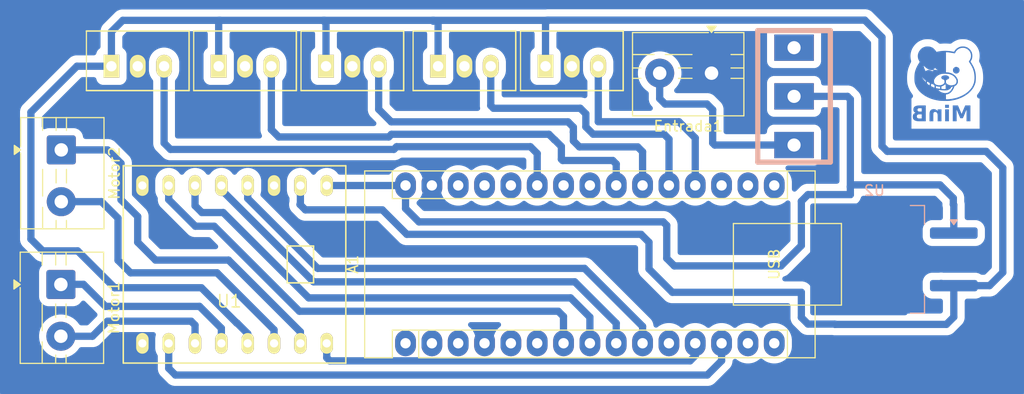
<source format=kicad_pcb>
(kicad_pcb (version 20241229) (generator "pcbnew") (generator_version "9.0")
  (layers (0 "F.Cu" signal) (2 "B.Cu" signal) (13 "F.Paste" user) (15 "B.Paste" user) (5 "F.SilkS" user "F.Silkscreen") (7 "B.SilkS" user "B.Silkscreen") (1 "F.Mask" user) (3 "B.Mask" user) (25 "Edge.Cuts" user))
  (net 0 "")
  (net 1 "Sh3")
  (net 5 "+5V")
  (net 6 "PWMA")
  (net 8 "GND")
  (net 10 "Sh1")
  (net 15 "B2")
  (net 16 "B1")
  (net 18 "out1")
  (net 19 "A2")
  (net 23 "out2")
  (net 24 "PWMB")
  (net 28 "A1")
  (net 29 "Sh2")
  (net 30 "VCC")
  (net 31 "M1a")
  (net 32 "M1b")
  (net 33 "M2b")
  (net 34 "M2a")
  (net 35 "Net-(Entrada1-Pin_2)")
  (footprint "EESTN5:TB6612_Breakout" (layer "F.Cu") (at 95.45 84.13 180)
    (property "Reference" "U1")
    (property "Value" "TB6612_BREAKOUT")
  )
  (footprint "EESTN5:JST-3V" (layer "F.Cu") (at 106.81 64.99)
    (property "Reference" "Sharp3" (hide yes))
    (property "Value" "Conn_01x03_Pin" (hide yes))
  )
  (footprint "TerminalBlock:TerminalBlock_MaiXu_MX126-5.0-02P_1x02_P5.00mm" (layer "F.Cu") (at 78.74 73.07 -90)
    (property "Reference" "Motor2")
    (property "Value" "Screw_Terminal_01x02" (hide yes))
  )
  (footprint "EESTN5:JST-3V" (layer "F.Cu") (at 86.115 64.99)
    (property "Reference" "Sharp1" (hide yes))
    (property "Value" "Conn_01x03_Pin" (hide yes))
  )
  (footprint "EESTN5:JST-3V" (layer "F.Cu") (at 117.62 64.99)
    (property "Reference" "sensorpiso2" (hide yes))
    (property "Value" "Conn_01x03_Pin" (hide yes))
  )
  (footprint "TerminalBlock:TerminalBlock_MaiXu_MX126-5.0-02P_1x02_P5.00mm" (layer "F.Cu") (at 141.45 65.66 180)
    (property "Reference" "Entrada1")
    (property "Value" "Screw_Terminal_01x02" (hide yes))
  )
  (footprint "Module:Arduino_Nano" (layer "F.Cu") (at 111.94 91.74 90)
    (property "Reference" "A1")
    (property "Value" "Arduino_Nano_Every")
  )
  (footprint "EESTN5:JST-3V" (layer "F.Cu") (at 127.98 64.99)
    (property "Reference" "sensorpiso1" (hide yes))
    (property "Value" "Conn_01x03_Pin" (hide yes))
  )
  (footprint "EESTN5:JST-3V" (layer "F.Cu") (at 96.46 64.99)
    (property "Reference" "Sharp2" (hide yes))
    (property "Value" "Conn_01x03_Pin" (hide yes))
  )
  (footprint "TerminalBlock:TerminalBlock_MaiXu_MX126-5.0-02P_1x02_P5.00mm" (layer "F.Cu") (at 78.7 86.065 -90)
    (property "Reference" "Motor1")
    (property "Value" "Screw_Terminal_01x02" (hide yes))
  )
  (footprint "osito:osito" (layer "B.Cu") (at 163.89 65.54 180)
    (property "Reference" "G***" (hide yes))
    (property "Value" "LOGO" (hide yes))
  )
  (footprint "EESTN5:SW_SPDT_TH_Vertical" (layer "B.Cu") (at 149.41 67.9)
    (property "Reference" "SW1" (hide yes))
    (property "Value" "SW_Nidec_CAS-120A1" (hide yes))
  )
  (footprint "Package_TO_SOT_SMD:TO-263-3_TabPin2" (layer "B.Cu") (at 157.165 83.64 180)
    (property "Reference" "U2")
    (property "Value" "LM7805_TO220")
  )
  (gr_rect (start 72.93 58.695) (end 171.49 96.555) (stroke (width 0.2)) (fill no) (layer "B.Cu") (net 8))
  (gr_text "MinB" (at 166.610316 70.56 0) (layer "B.Cu") (effects (font (size 1.5 1.5) (thickness 0.3) (bold yes)) (justify left bottom mirror)))
  (segment (start 128.70847 72.78) (end 134.33 72.78) (width 0.7) (layer "B.Cu") (net 1))
  (segment (start 110.56 70.36) (end 127.61 70.36) (width 0.7) (layer "B.Cu") (net 1))
  (segment (start 134.33 72.78) (end 134.8 73.25) (width 0.7) (layer "B.Cu") (net 1))
  (segment (start 128.128001 71.344941) (end 128.13 71.34694) (width 0.7) (layer "B.Cu") (net 1))
  (segment (start 134.8 73.25) (end 134.8 76.5) (width 0.7) (layer "B.Cu") (net 1))
  (segment (start 127.61 70.36) (end 128.128001 70.878001) (width 0.7) (layer "B.Cu") (net 1))
  (segment (start 128.13 71.34694) (end 128.13 72.20153) (width 0.7) (layer "B.Cu") (net 1))
  (segment (start 109.35 69.15) (end 110.56 70.36) (width 0.7) (layer "B.Cu") (net 1))
  (segment (start 109.35 64.99) (end 109.35 69.15) (width 0.7) (layer "B.Cu") (net 1))
  (segment (start 128.128001 70.878001) (end 128.128001 71.344941) (width 0.7) (layer "B.Cu") (net 1))
  (segment (start 128.13 72.20153) (end 128.70847 72.78) (width 0.7) (layer "B.Cu") (net 1))
  (segment (start 164.815 86.18) (end 168.26 86.18) (width 0.7) (layer "B.Cu") (net 5))
  (segment (start 94.06 60.56) (end 93.99 60.63) (width 0.7) (layer "B.Cu") (net 5))
  (segment (start 104.07 60.63) (end 104 60.56) (width 0.7) (layer "B.Cu") (net 5))
  (segment (start 95.655876 89.785876) (end 95.691179 89.785876) (width 0.7) (layer "B.Cu") (net 5))
  (segment (start 93.92 60.7) (end 93.99 60.63) (width 0.7) (layer "B.Cu") (net 5))
  (segment (start 104 60.56) (end 94.06 60.56) (width 0.7) (layer "B.Cu") (net 5))
  (segment (start 163.595 85.96) (end 163.59 85.965) (width 0.7) (layer "B.Cu") (net 5))
  (segment (start 101.8 78.3) (end 101.76 78.34) (width 0.7) (layer "B.Cu") (net 5))
  (segment (start 76.95 82.82) (end 80.32 82.82) (width 0.7) (layer "B.Cu") (net 5))
  (segment (start 157.89 62.2) (end 156.23 60.54) (width 0.7) (layer "B.Cu") (net 5))
  (segment (start 125.44 64.99) (end 125.44 60.78) (width 0.7) (layer "B.Cu") (net 5))
  (segment (start 156.23 60.54) (end 125.68 60.54) (width 0.7) (layer "B.Cu") (net 5))
  (segment (start 109.70153 78.86) (end 112.06253 81.221) (width 0.7) (layer "B.Cu") (net 5))
  (segment (start 114.67 60.56) (end 114.6 60.63) (width 0.7) (layer "B.Cu") (net 5))
  (segment (start 83.88 86.38) (end 92.25 86.38) (width 0.7) (layer "B.Cu") (net 5))
  (segment (start 96.72 90.814697) (end 96.72 91.75) (width 0.7) (layer "B.Cu") (net 5))
  (segment (start 84.67 60.56) (end 83.575 61.655) (width 0.7) (layer "B.Cu") (net 5))
  (segment (start 168.26 86.18) (end 169.539 84.901) (width 0.7) (layer "B.Cu") (net 5))
  (segment (start 169.539 74.809) (end 167.94 73.21) (width 0.7) (layer "B.Cu") (net 5))
  (segment (start 83.575 61.655) (end 83.575 64.99) (width 0.7) (layer "B.Cu") (net 5))
  (segment (start 93.92 64.99) (end 93.92 60.7) (width 0.7) (layer "B.Cu") (net 5))
  (segment (start 153.37 89.92) (end 164.1 89.92) (width 0.7) (layer "B.Cu") (net 5))
  (segment (start 115.08 60.63) (end 114.6 60.63) (width 0.7) (layer "B.Cu") (net 5))
  (segment (start 75.81 69.43) (end 75.81 81.68) (width 0.7) (layer "B.Cu") (net 5))
  (segment (start 104.14 60.56) (end 104.07 60.63) (width 0.7) (layer "B.Cu") (net 5))
  (segment (start 83.575 64.99) (end 80.25 64.99) (width 0.7) (layer "B.Cu") (net 5))
  (segment (start 80.25 64.99) (end 75.81 69.43) (width 0.7) (layer "B.Cu") (net 5))
  (segment (start 169.539 84.901) (end 169.539 74.809) (width 0.7) (layer "B.Cu") (net 5))
  (segment (start 93.99 60.63) (end 93.92 60.56) (width 0.7) (layer "B.Cu") (net 5))
  (segment (start 164.815 89.205) (end 164.815 86.18) (width 0.7) (layer "B.Cu") (net 5))
  (segment (start 93.92 60.56) (end 84.67 60.56) (width 0.7) (layer "B.Cu") (net 5))
  (segment (start 102.28 78.86) (end 109.70153 78.86) (width 0.7) (layer "B.Cu") (net 5))
  (segment (start 95.691179 89.785876) (end 96.72 90.814697) (width 0.7) (layer "B.Cu") (net 5))
  (segment (start 150.114 86.82) (end 150.114 89.252976) (width 0.7) (layer "B.Cu") (net 5))
  (segment (start 167.94 73.21) (end 158.4 73.21) (width 0.7) (layer "B.Cu") (net 5))
  (segment (start 104.27 64.99) (end 104.27 60.83) (width 0.7) (layer "B.Cu") (net 5))
  (segment (start 125.44 60.78) (end 125.59 60.63) (width 0.7) (layer "B.Cu") (net 5))
  (segment (start 150.752024 89.891) (end 153.341 89.891) (width 0.7) (layer "B.Cu") (net 5))
  (segment (start 114.53 60.56) (end 104.14 60.56) (width 0.7) (layer "B.Cu") (net 5))
  (segment (start 125.59 60.63) (end 125.52 60.56) (width 0.7) (layer "B.Cu") (net 5))
  (segment (start 125.52 60.56) (end 114.67 60.56) (width 0.7) (layer "B.Cu") (net 5))
  (segment (start 153.341 89.891) (end 153.37 89.92) (width 0.7) (layer "B.Cu") (net 5))
  (segment (start 125.68 60.54) (end 125.59 60.63) (width 0.7) (layer "B.Cu") (net 5))
  (segment (start 158.4 73.21) (end 157.89 72.7) (width 0.7) (layer "B.Cu") (net 5))
  (segment (start 92.25 86.38) (end 95.655876 89.785876) (width 0.7) (layer "B.Cu") (net 5))
  (segment (start 101.76 78.34) (end 102.28 78.86) (width 0.7) (layer "B.Cu") (net 5))
  (segment (start 150.114 89.252976) (end 150.752024 89.891) (width 0.7) (layer "B.Cu") (net 5))
  (segment (start 157.89 72.7) (end 157.89 62.2) (width 0.7) (layer "B.Cu") (net 5))
  (segment (start 101.8 76.51) (end 101.8 78.3) (width 0.7) (layer "B.Cu") (net 5))
  (segment (start 75.81 81.68) (end 76.95 82.82) (width 0.7) (layer "B.Cu") (net 5))
  (segment (start 112.06253 81.221) (end 134.651 81.221) (width 0.7) (layer "B.Cu") (net 5))
  (segment (start 135.42 84.57) (end 137.67 86.82) (width 0.7) (layer "B.Cu") (net 5))
  (segment (start 164.1 89.92) (end 164.815 89.205) (width 0.7) (layer "B.Cu") (net 5))
  (segment (start 137.67 86.82) (end 150.114 86.82) (width 0.7) (layer "B.Cu") (net 5))
  (segment (start 104.27 60.83) (end 104.07 60.63) (width 0.7) (layer "B.Cu") (net 5))
  (segment (start 135.42 81.99) (end 135.42 84.57) (width 0.7) (layer "B.Cu") (net 5))
  (segment (start 114.6 60.63) (end 114.53 60.56) (width 0.7) (layer "B.Cu") (net 5))
  (segment (start 134.651 81.221) (end 135.42 81.99) (width 0.7) (layer "B.Cu") (net 5))
  (segment (start 115.08 64.99) (end 115.08 60.63) (width 0.7) (layer "B.Cu") (net 5))
  (segment (start 80.32 82.82) (end 83.88 86.38) (width 0.7) (layer "B.Cu") (net 5))
  (segment (start 104.34 91.75) (end 104.34 93.14) (width 0.7) (layer "B.Cu") (net 6))
  (segment (start 104.34 93.14) (end 104.64 93.44) (width 0.7) (layer "B.Cu") (net 6))
  (segment (start 104.64 93.44) (end 139.38 93.44) (width 0.7) (layer "B.Cu") (net 6))
  (segment (start 139.38 93.44) (end 139.88 92.94) (width 0.7) (layer "B.Cu") (net 6))
  (segment (start 139.88 92.94) (end 139.88 91.74) (width 0.7) (layer "B.Cu") (net 6))
  (segment (start 124.64 73.42) (end 124.64 76.5) (width 0.7) (layer "B.Cu") (net 10))
  (segment (start 88.655 72.405) (end 89.271 73.021) (width 0.7) (layer "B.Cu") (net 10))
  (segment (start 88.655 64.99) (end 88.655 72.405) (width 0.7) (layer "B.Cu") (net 10))
  (segment (start 123.982 72.762) (end 124.64 73.42) (width 0.7) (layer "B.Cu") (net 10))
  (segment (start 89.271 73.021) (end 110.818998 73.020997) (width 0.7) (layer "B.Cu") (net 10))
  (segment (start 110.818998 73.020997) (end 111.077995 72.762) (width 0.7) (layer "B.Cu") (net 10))
  (segment (start 111.077995 72.762) (end 123.982 72.762) (width 0.7) (layer "B.Cu") (net 10))
  (segment (start 89.1 77.87) (end 91.67 80.44) (width 0.7) (layer "B.Cu") (net 15))
  (segment (start 101.7 88.65) (end 126.67 88.65) (width 0.7) (layer "B.Cu") (net 15))
  (segment (start 89.1 76.51) (end 89.1 77.87) (width 0.7) (layer "B.Cu") (net 15))
  (segment (start 127.17304 91.73304) (end 127.18 91.74) (width 0.7) (layer "B.Cu") (net 15))
  (segment (start 91.67 80.44) (end 93.49 80.44) (width 0.7) (layer "B.Cu") (net 15))
  (segment (start 93.49 80.44) (end 101.7 88.65) (width 0.7) (layer "B.Cu") (net 15))
  (segment (start 127.17304 89.15304) (end 127.17304 91.73304) (width 0.7) (layer "B.Cu") (net 15))
  (segment (start 126.67 88.65) (end 127.17304 89.15304) (width 0.7) (layer "B.Cu") (net 15))
  (segment (start 91.64 76.51) (end 91.64 78.46) (width 0.7) (layer "B.Cu") (net 16))
  (segment (start 92.3 79.12) (end 94.36 79.12) (width 0.7) (layer "B.Cu") (net 16))
  (segment (start 94.36 79.12) (end 102.6 87.36) (width 0.7) (layer "B.Cu") (net 16))
  (segment (start 91.64 78.46) (end 92.3 79.12) (width 0.7) (layer "B.Cu") (net 16))
  (segment (start 129.72 89.22) (end 129.72 91.74) (width 0.7) (layer "B.Cu") (net 16))
  (segment (start 127.86 87.36) (end 102.6 87.36) (width 0.7) (layer "B.Cu") (net 16))
  (segment (start 129.72 89.22) (end 127.86 87.36) (width 0.7) (layer "B.Cu") (net 16))
  (segment (start 130.53 65) (end 130.53 70.35) (width 0.7) (layer "B.Cu") (net 18))
  (segment (start 139.88 71.92) (end 139.88 76.5) (width 0.7) (layer "B.Cu") (net 18))
  (segment (start 130.52 64.99) (end 130.53 65) (width 0.7) (layer "B.Cu") (net 18))
  (segment (start 130.53 70.35) (end 138.31 70.35) (width 0.7) (layer "B.Cu") (net 18))
  (segment (start 138.31 70.35) (end 139.88 71.92) (width 0.7) (layer "B.Cu") (net 18))
  (segment (start 132.26 89.81) (end 132.26 91.74) (width 0.7) (layer "B.Cu") (net 19))
  (segment (start 103.07153 85.81) (end 128.26 85.81) (width 0.7) (layer "B.Cu") (net 19))
  (segment (start 94.18 76.91847) (end 103.07153 85.81) (width 0.7) (layer "B.Cu") (net 19))
  (segment (start 128.26 85.81) (end 132.26 89.81) (width 0.7) (layer "B.Cu") (net 19))
  (segment (start 94.18 76.51) (end 94.18 76.91847) (width 0.7) (layer "B.Cu") (net 19))
  (segment (start 136.871 71.551) (end 137.35 72.03) (width 0.7) (layer "B.Cu") (net 23))
  (segment (start 120.16 64.99) (end 120.16 68.79) (width 0.7) (layer "B.Cu") (net 23))
  (segment (start 137.35 72.03) (end 137.35 75.3) (width 0.7) (layer "B.Cu") (net 23))
  (segment (start 137.34 75.31) (end 137.34 76.5) (width 0.7) (layer "B.Cu") (net 23))
  (segment (start 130.03253 71.551) (end 136.871 71.551) (width 0.7) (layer "B.Cu") (net 23))
  (segment (start 128.79 69.05) (end 129.329 69.589) (width 0.7) (layer "B.Cu") (net 23))
  (segment (start 120.42 69.05) (end 128.79 69.05) (width 0.7) (layer "B.Cu") (net 23))
  (segment (start 120.16 68.79) (end 120.42 69.05) (width 0.7) (layer "B.Cu") (net 23))
  (segment (start 137.35 75.3) (end 137.34 75.31) (width 0.7) (layer "B.Cu") (net 23))
  (segment (start 129.329 70.84747) (end 130.03253 71.551) (width 0.7) (layer "B.Cu") (net 23))
  (segment (start 129.329 69.589) (end 129.329 70.84747) (width 0.7) (layer "B.Cu") (net 23))
  (segment (start 89.1 91.75) (end 89.1 94.16) (width 0.7) (layer "B.Cu") (net 24))
  (segment (start 89.75 94.81) (end 141.04 94.81) (width 0.7) (layer "B.Cu") (net 24))
  (segment (start 142.42 93.43) (end 142.42 91.74) (width 0.7) (layer "B.Cu") (net 24))
  (segment (start 89.1 94.16) (end 89.75 94.81) (width 0.7) (layer "B.Cu") (net 24))
  (segment (start 141.04 94.81) (end 142.42 93.43) (width 0.7) (layer "B.Cu") (net 24))
  (segment (start 103.47 84.51) (end 129.2 84.51) (width 0.7) (layer "B.Cu") (net 28))
  (segment (start 129.2 84.51) (end 134.8 90.11) (width 0.7) (layer "B.Cu") (net 28))
  (segment (start 134.8 90.11) (end 134.8 91.74) (width 0.7) (layer "B.Cu") (net 28))
  (segment (start 96.72 76.51) (end 96.72 77.76) (width 0.7) (layer "B.Cu") (net 28))
  (segment (start 96.72 77.76) (end 103.47 84.51) (width 0.7) (layer "B.Cu") (net 28))
  (segment (start 99 64.99) (end 99 71.11) (width 0.7) (layer "B.Cu") (net 29))
  (segment (start 126.33 72.1) (end 126.97 72.74) (width 0.7) (layer "B.Cu") (net 29))
  (segment (start 99 71.11) (end 99.71 71.82) (width 0.7) (layer "B.Cu") (net 29))
  (segment (start 132.26 74.43) (end 132.26 76.5) (width 0.7) (layer "B.Cu") (net 29))
  (segment (start 126.97 72.74) (end 126.97 73.97) (width 0.7) (layer "B.Cu") (net 29))
  (segment (start 99.71 71.82) (end 110.321527 71.819998) (width 0.7) (layer "B.Cu") (net 29))
  (segment (start 126.31 72.1) (end 126.33 72.1) (width 0.7) (layer "B.Cu") (net 29))
  (segment (start 125.771 71.561) (end 126.31 72.1) (width 0.7) (layer "B.Cu") (net 29))
  (segment (start 110.580525 71.561) (end 125.771 71.561) (width 0.7) (layer "B.Cu") (net 29))
  (segment (start 126.97 73.97) (end 127.09 74.09) (width 0.7) (layer "B.Cu") (net 29))
  (segment (start 110.321527 71.819998) (end 110.580525 71.561) (width 0.7) (layer "B.Cu") (net 29))
  (segment (start 127.09 74.09) (end 131.92 74.09) (width 0.7) (layer "B.Cu") (net 29))
  (segment (start 131.92 74.09) (end 132.26 74.43) (width 0.7) (layer "B.Cu") (net 29))
  (segment (start 164.77 77.73) (end 164.77 78.34) (width 0.7) (layer "B.Cu") (net 30))
  (segment (start 164.815 78.385) (end 164.815 81.1) (width 0.7) (layer "B.Cu") (net 30))
  (segment (start 111.94 76.5) (end 111.94 78.73) (width 0.7) (layer "B.Cu") (net 30))
  (segment (start 164.77 78.34) (end 164.815 78.385) (width 0.7) (layer "B.Cu") (net 30))
  (segment (start 137.86 84.27) (end 148.15 84.27) (width 0.7) (layer "B.Cu") (net 30))
  (segment (start 148.15 84.27) (end 150.114 82.306) (width 0.7) (layer "B.Cu") (net 30))
  (segment (start 154.84 68.18) (end 154.84 76.63) (width 0.7) (layer "B.Cu") (net 30))
  (segment (start 154.56 67.9) (end 154.84 68.18) (width 0.7) (layer "B.Cu") (net 30))
  (segment (start 155.02 76.45) (end 163.49 76.45) (width 0.7) (layer "B.Cu") (net 30))
  (segment (start 149.41 67.9) (end 154.56 67.9) (width 0.7) (layer "B.Cu") (net 30))
  (segment (start 136.79 80.02) (end 137.13 80.36) (width 0.7) (layer "B.Cu") (net 30))
  (segment (start 163.49 76.45) (end 164.77 77.73) (width 0.7) (layer "B.Cu") (net 30))
  (segment (start 104.34 76.51) (end 111.93 76.51) (width 0.7) (layer "B.Cu") (net 30))
  (segment (start 137.13 80.36) (end 137.13 83.54) (width 0.7) (layer "B.Cu") (net 30))
  (segment (start 111.94 78.73) (end 113.23 80.02) (width 0.7) (layer "B.Cu") (net 30))
  (segment (start 150.114 82.306) (end 150.114 78.027024) (width 0.7) (layer "B.Cu") (net 30))
  (segment (start 113.23 80.02) (end 136.79 80.02) (width 0.7) (layer "B.Cu") (net 30))
  (segment (start 150.752024 77.389) (end 154.84 77.389) (width 0.7) (layer "B.Cu") (net 30))
  (segment (start 111.93 76.51) (end 111.94 76.5) (width 0.7) (layer "B.Cu") (net 30))
  (segment (start 154.84 77.389) (end 154.84 76.63) (width 0.7) (layer "B.Cu") (net 30))
  (segment (start 154.84 76.63) (end 155.02 76.45) (width 0.7) (layer "B.Cu") (net 30))
  (segment (start 150.114 78.027024) (end 150.752024 77.389) (width 0.7) (layer "B.Cu") (net 30))
  (segment (start 137.13 83.54) (end 137.86 84.27) (width 0.7) (layer "B.Cu") (net 30))
  (segment (start 80.88 86.05) (end 83.01 88.18) (width 0.7) (layer "B.Cu") (net 31))
  (segment (start 83.01 88.18) (end 92.07 88.18) (width 0.7) (layer "B.Cu") (net 31))
  (segment (start 78.715 86.05) (end 80.88 86.05) (width 0.7) (layer "B.Cu") (net 31))
  (segment (start 78.7 86.065) (end 78.715 86.05) (width 0.7) (layer "B.Cu") (net 31))
  (segment (start 92.07 88.18) (end 94.18 90.29) (width 0.7) (layer "B.Cu") (net 31))
  (segment (start 94.18 90.29) (end 94.18 91.75) (width 0.7) (layer "B.Cu") (net 31))
  (segment (start 91.26 89.61) (end 83.2 89.61) (width 0.7) (layer "B.Cu") (net 32))
  (segment (start 91.64 89.99) (end 91.26 89.61) (width 0.7) (layer "B.Cu") (net 32))
  (segment (start 91.64 91.75) (end 91.64 89.99) (width 0.7) (layer "B.Cu") (net 32))
  (segment (start 81.745 91.065) (end 78.7 91.065) (width 0.7) (layer "B.Cu") (net 32))
  (segment (start 83.2 89.61) (end 81.745 91.065) (width 0.7) (layer "B.Cu") (net 32))
  (segment (start 84.21 79.66) (end 84.21 83.73) (width 0.7) (layer "B.Cu") (net 33))
  (segment (start 84.21 83.73) (end 85.42 84.94) (width 0.7) (layer "B.Cu") (net 33))
  (segment (start 85.42 84.94) (end 93.76 84.94) (width 0.7) (layer "B.Cu") (net 33))
  (segment (start 82.62 78.07) (end 84.21 79.66) (width 0.7) (layer "B.Cu") (net 33))
  (segment (start 99.26 90.44) (end 99.26 91.75) (width 0.7) (layer "B.Cu") (net 33))
  (segment (start 78.74 78.07) (end 82.62 78.07) (width 0.7) (layer "B.Cu") (net 33))
  (segment (start 93.76 84.94) (end 99.26 90.44) (width 0.7) (layer "B.Cu") (net 33))
  (segment (start 83.2 73.07) (end 84.5 74.37) (width 0.7) (layer "B.Cu") (net 34))
  (segment (start 86.11 79.5) (end 86.11 81.99) (width 0.7) (layer "B.Cu") (net 34))
  (segment (start 84.5 77.89) (end 86.11 79.5) (width 0.7) (layer "B.Cu") (net 34))
  (segment (start 101.8 90.64) (end 101.8 91.75) (width 0.7) (layer "B.Cu") (net 34))
  (segment (start 87.83 83.71) (end 94.87 83.71) (width 0.7) (layer "B.Cu") (net 34))
  (segment (start 84.5 74.37) (end 84.5 77.89) (width 0.7) (layer "B.Cu") (net 34))
  (segment (start 78.74 73.07) (end 83.2 73.07) (width 0.7) (layer "B.Cu") (net 34))
  (segment (start 86.11 81.99) (end 87.83 83.71) (width 0.7) (layer "B.Cu") (net 34))
  (segment (start 94.87 83.71) (end 101.8 90.64) (width 0.7) (layer "B.Cu") (net 34))
  (segment (start 141.01 68.64) (end 141.56 69.19) (width 0.7) (layer "B.Cu") (net 35))
  (segment (start 136.97 68.64) (end 141.01 68.64) (width 0.7) (layer "B.Cu") (net 35))
  (segment (start 136.45 68.12) (end 136.97 68.64) (width 0.7) (layer "B.Cu") (net 35))
  (segment (start 141.56 69.19) (end 141.56 72.4) (width 0.7) (layer "B.Cu") (net 35))
  (segment (start 141.76 72.6) (end 149.41 72.6) (width 0.7) (layer "B.Cu") (net 35))
  (segment (start 141.56 72.4) (end 141.76 72.6) (width 0.7) (layer "B.Cu") (net 35))
  (segment (start 136.45 65.66) (end 136.45 68.12) (width 0.7) (layer "B.Cu") (net 35))
  (zone (net 8) (net_name "GND") (layer "B.Cu") (connect_pads yes (clearance 0.7)) (min_thickness 0.5) (fill yes (thermal_gap 0.5) (thermal_bridge_width 0.5))
    (polygon (pts (xy 171.49 58.695) (xy 72.93 58.695) (xy 72.93 96.555) (xy 171.49 96.555)))
  )
)
</source>
